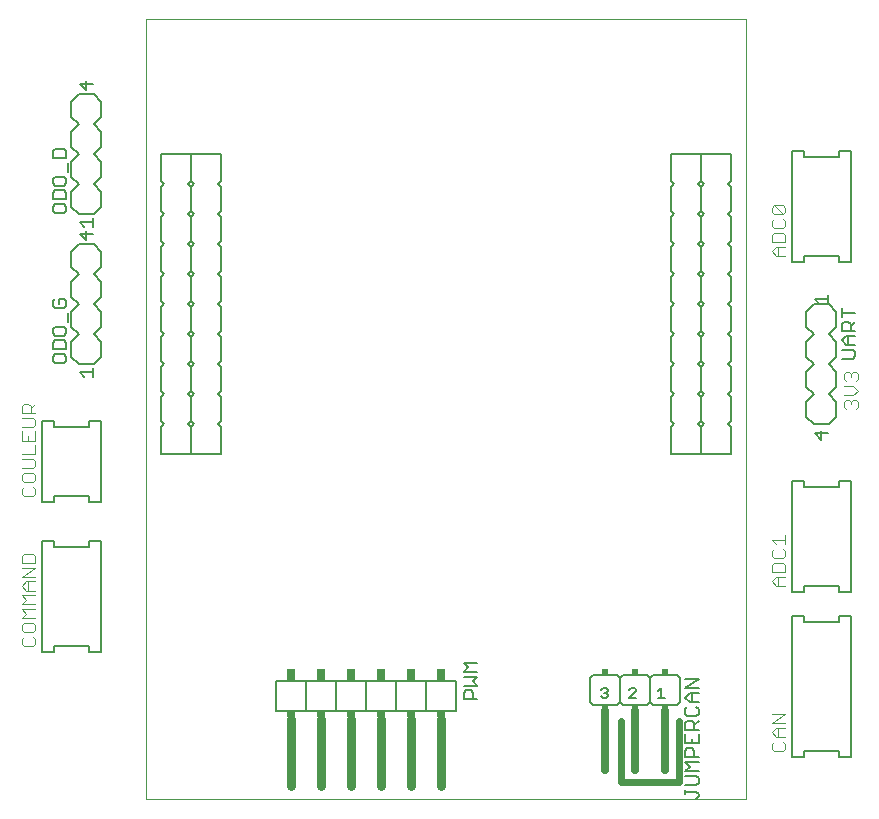
<source format=gto>
G75*
%MOIN*%
%OFA0B0*%
%FSLAX24Y24*%
%IPPOS*%
%LPD*%
%AMOC8*
5,1,8,0,0,1.08239X$1,22.5*
%
%ADD10C,0.0236*%
%ADD11C,0.0040*%
%ADD12C,0.0000*%
%ADD13C,0.0050*%
%ADD14C,0.0060*%
%ADD15C,0.0260*%
%ADD16R,0.0240X0.0200*%
%ADD17C,0.0300*%
%ADD18R,0.0300X0.0200*%
%ADD19R,0.0300X0.0400*%
D10*
X020495Y001371D02*
X020495Y003410D01*
X022424Y003410D02*
X022424Y001371D01*
X020495Y001371D01*
D11*
X025519Y002497D02*
X025595Y002420D01*
X025902Y002420D01*
X025979Y002497D01*
X025979Y002650D01*
X025902Y002727D01*
X025979Y002881D02*
X025672Y002881D01*
X025519Y003034D01*
X025672Y003188D01*
X025979Y003188D01*
X025979Y003341D02*
X025519Y003341D01*
X025979Y003648D01*
X025519Y003648D01*
X025749Y003188D02*
X025749Y002881D01*
X025595Y002727D02*
X025519Y002650D01*
X025519Y002497D01*
X025672Y007920D02*
X025519Y008074D01*
X025672Y008227D01*
X025979Y008227D01*
X025979Y008381D02*
X025979Y008611D01*
X025902Y008688D01*
X025595Y008688D01*
X025519Y008611D01*
X025519Y008381D01*
X025979Y008381D01*
X025749Y008227D02*
X025749Y007920D01*
X025672Y007920D02*
X025979Y007920D01*
X025902Y008841D02*
X025595Y008841D01*
X025519Y008918D01*
X025519Y009071D01*
X025595Y009148D01*
X025672Y009301D02*
X025519Y009455D01*
X025979Y009455D01*
X025979Y009608D02*
X025979Y009301D01*
X025902Y009148D02*
X025979Y009071D01*
X025979Y008918D01*
X025902Y008841D01*
X028016Y013817D02*
X027940Y013893D01*
X027940Y014047D01*
X028016Y014124D01*
X028093Y014124D01*
X028170Y014047D01*
X028247Y014124D01*
X028323Y014124D01*
X028400Y014047D01*
X028400Y013893D01*
X028323Y013817D01*
X028170Y013970D02*
X028170Y014047D01*
X028247Y014277D02*
X027940Y014277D01*
X028247Y014277D02*
X028400Y014430D01*
X028247Y014584D01*
X027940Y014584D01*
X028016Y014737D02*
X027940Y014814D01*
X027940Y014968D01*
X028016Y015044D01*
X028093Y015044D01*
X028170Y014968D01*
X028247Y015044D01*
X028323Y015044D01*
X028400Y014968D01*
X028400Y014814D01*
X028323Y014737D01*
X028170Y014891D02*
X028170Y014968D01*
X025979Y018920D02*
X025672Y018920D01*
X025519Y019074D01*
X025672Y019227D01*
X025979Y019227D01*
X025979Y019381D02*
X025979Y019611D01*
X025902Y019688D01*
X025595Y019688D01*
X025519Y019611D01*
X025519Y019381D01*
X025979Y019381D01*
X025749Y019227D02*
X025749Y018920D01*
X025595Y019841D02*
X025902Y019841D01*
X025979Y019918D01*
X025979Y020071D01*
X025902Y020148D01*
X025902Y020301D02*
X025595Y020301D01*
X025519Y020378D01*
X025519Y020532D01*
X025595Y020608D01*
X025902Y020301D01*
X025979Y020378D01*
X025979Y020532D01*
X025902Y020608D01*
X025595Y020608D01*
X025595Y020148D02*
X025519Y020071D01*
X025519Y019918D01*
X025595Y019841D01*
X000979Y013990D02*
X000825Y013836D01*
X000825Y013913D02*
X000825Y013683D01*
X000979Y013683D02*
X000519Y013683D01*
X000519Y013913D01*
X000595Y013990D01*
X000749Y013990D01*
X000825Y013913D01*
X000902Y013529D02*
X000519Y013529D01*
X000519Y013222D02*
X000902Y013222D01*
X000979Y013299D01*
X000979Y013452D01*
X000902Y013529D01*
X000979Y013069D02*
X000979Y012762D01*
X000519Y012762D01*
X000519Y013069D01*
X000749Y012915D02*
X000749Y012762D01*
X000979Y012608D02*
X000979Y012301D01*
X000519Y012301D01*
X000519Y012148D02*
X000902Y012148D01*
X000979Y012071D01*
X000979Y011918D01*
X000902Y011841D01*
X000519Y011841D01*
X000595Y011688D02*
X000519Y011611D01*
X000519Y011457D01*
X000595Y011381D01*
X000902Y011381D01*
X000979Y011457D01*
X000979Y011611D01*
X000902Y011688D01*
X000595Y011688D01*
X000595Y011227D02*
X000519Y011150D01*
X000519Y010997D01*
X000595Y010920D01*
X000902Y010920D01*
X000979Y010997D01*
X000979Y011150D01*
X000902Y011227D01*
X000902Y008990D02*
X000595Y008990D01*
X000519Y008913D01*
X000519Y008683D01*
X000979Y008683D01*
X000979Y008913D01*
X000902Y008990D01*
X000979Y008529D02*
X000519Y008529D01*
X000519Y008222D02*
X000979Y008529D01*
X000979Y008222D02*
X000519Y008222D01*
X000672Y008069D02*
X000519Y007915D01*
X000672Y007762D01*
X000979Y007762D01*
X000979Y007608D02*
X000519Y007608D01*
X000672Y007455D01*
X000519Y007301D01*
X000979Y007301D01*
X000979Y007148D02*
X000519Y007148D01*
X000672Y006995D01*
X000519Y006841D01*
X000979Y006841D01*
X000902Y006688D02*
X000595Y006688D01*
X000519Y006611D01*
X000519Y006457D01*
X000595Y006381D01*
X000902Y006381D01*
X000979Y006457D01*
X000979Y006611D01*
X000902Y006688D01*
X000902Y006227D02*
X000979Y006150D01*
X000979Y005997D01*
X000902Y005920D01*
X000595Y005920D01*
X000519Y005997D01*
X000519Y006150D01*
X000595Y006227D01*
X000749Y007762D02*
X000749Y008069D01*
X000672Y008069D02*
X000979Y008069D01*
D12*
X004680Y000816D02*
X004680Y026816D01*
X024680Y026816D01*
X024680Y000816D01*
X004680Y000816D01*
D13*
X003164Y005703D02*
X002771Y005703D01*
X002771Y005900D01*
X001589Y005900D01*
X001589Y005703D01*
X001196Y005703D01*
X001196Y009428D01*
X001589Y009428D01*
X001589Y009231D01*
X002771Y009231D01*
X002771Y009428D01*
X003164Y009428D01*
X003164Y005703D01*
X003164Y010703D02*
X002771Y010703D01*
X002771Y010900D01*
X001589Y010900D01*
X001589Y010703D01*
X001196Y010703D01*
X001196Y013428D01*
X001589Y013428D01*
X001589Y013231D01*
X002771Y013231D01*
X002771Y013428D01*
X003164Y013428D01*
X003164Y010703D01*
X005180Y012316D02*
X005180Y013216D01*
X005280Y013316D01*
X005180Y013416D01*
X005180Y014216D01*
X005280Y014316D01*
X005180Y014416D01*
X005180Y015216D01*
X005280Y015316D01*
X005180Y015416D01*
X005180Y016216D01*
X005280Y016316D01*
X005180Y016416D01*
X005180Y017216D01*
X005280Y017316D01*
X005180Y017416D01*
X005180Y018216D01*
X005280Y018316D01*
X005180Y018416D01*
X005180Y019216D01*
X005280Y019316D01*
X005180Y019416D01*
X005180Y020216D01*
X005280Y020316D01*
X005180Y020416D01*
X005180Y021216D01*
X005280Y021316D01*
X005180Y021416D01*
X005180Y022316D01*
X006180Y022316D01*
X007180Y022316D01*
X007180Y021416D01*
X007080Y021316D01*
X007180Y021216D01*
X007180Y020416D01*
X007080Y020316D01*
X007180Y020216D01*
X007180Y019416D01*
X007080Y019316D01*
X007180Y019216D01*
X007180Y018416D01*
X007080Y018316D01*
X007180Y018216D01*
X007180Y017416D01*
X007080Y017316D01*
X007180Y017216D01*
X007180Y016416D01*
X007080Y016316D01*
X007180Y016216D01*
X007180Y015416D01*
X007080Y015316D01*
X007180Y015216D01*
X007180Y014416D01*
X007080Y014316D01*
X007180Y014216D01*
X007180Y013416D01*
X007080Y013316D01*
X007180Y013216D01*
X007180Y012316D01*
X006180Y012316D01*
X006180Y013216D01*
X006280Y013316D01*
X006180Y013416D01*
X006180Y014216D01*
X006280Y014316D01*
X006180Y014416D01*
X006180Y015216D01*
X006280Y015316D01*
X006180Y015416D01*
X006180Y016216D01*
X006280Y016316D01*
X006180Y016416D01*
X006180Y017216D01*
X006280Y017316D01*
X006180Y017416D01*
X006180Y018216D01*
X006280Y018316D01*
X006180Y018416D01*
X006180Y019216D01*
X006280Y019316D01*
X006180Y019416D01*
X006180Y020216D01*
X006280Y020316D01*
X006180Y020416D01*
X006180Y021216D01*
X006280Y021316D01*
X006180Y021416D01*
X006180Y022316D01*
X006180Y021416D02*
X006080Y021316D01*
X006180Y021216D01*
X006180Y020416D02*
X006080Y020316D01*
X006180Y020216D01*
X006180Y019416D02*
X006080Y019316D01*
X006180Y019216D01*
X006180Y018416D02*
X006080Y018316D01*
X006180Y018216D01*
X006180Y017416D02*
X006080Y017316D01*
X006180Y017216D01*
X006180Y016416D02*
X006080Y016316D01*
X006180Y016216D01*
X006180Y015416D02*
X006080Y015316D01*
X006180Y015216D01*
X006180Y014416D02*
X006080Y014316D01*
X006180Y014216D01*
X006180Y013416D02*
X006080Y013316D01*
X006180Y013216D01*
X006180Y012316D02*
X005180Y012316D01*
X002905Y014891D02*
X002905Y015191D01*
X002905Y015041D02*
X002455Y015041D01*
X002605Y014891D01*
X002005Y015416D02*
X002005Y015566D01*
X001930Y015641D01*
X001630Y015641D01*
X001555Y015566D01*
X001555Y015416D01*
X001630Y015341D01*
X001930Y015341D01*
X002005Y015416D01*
X002005Y015801D02*
X001555Y015801D01*
X001555Y016026D01*
X001630Y016101D01*
X001930Y016101D01*
X002005Y016026D01*
X002005Y015801D01*
X001930Y016261D02*
X001630Y016261D01*
X001555Y016336D01*
X001555Y016487D01*
X001630Y016562D01*
X001930Y016562D01*
X002005Y016487D01*
X002005Y016336D01*
X001930Y016261D01*
X002080Y016722D02*
X002080Y017022D01*
X001930Y017182D02*
X002005Y017257D01*
X002005Y017407D01*
X001930Y017482D01*
X001780Y017482D01*
X001780Y017332D01*
X001630Y017182D02*
X001930Y017182D01*
X001630Y017182D02*
X001555Y017257D01*
X001555Y017407D01*
X001630Y017482D01*
X002680Y019441D02*
X002455Y019666D01*
X002905Y019666D01*
X002905Y019891D02*
X002905Y020191D01*
X002905Y020041D02*
X002455Y020041D01*
X002605Y019891D01*
X002680Y019741D02*
X002680Y019441D01*
X001930Y020341D02*
X002005Y020416D01*
X002005Y020566D01*
X001930Y020641D01*
X001630Y020641D01*
X001555Y020566D01*
X001555Y020416D01*
X001630Y020341D01*
X001930Y020341D01*
X002005Y020801D02*
X001555Y020801D01*
X001555Y021026D01*
X001630Y021101D01*
X001930Y021101D01*
X002005Y021026D01*
X002005Y020801D01*
X001930Y021261D02*
X001630Y021261D01*
X001555Y021336D01*
X001555Y021487D01*
X001630Y021562D01*
X001930Y021562D01*
X002005Y021487D01*
X002005Y021336D01*
X001930Y021261D01*
X002080Y021722D02*
X002080Y022022D01*
X002005Y022182D02*
X002005Y022407D01*
X001930Y022482D01*
X001630Y022482D01*
X001555Y022407D01*
X001555Y022182D01*
X002005Y022182D01*
X002680Y024441D02*
X002680Y024741D01*
X002905Y024666D02*
X002455Y024666D01*
X002680Y024441D01*
X022180Y022316D02*
X022180Y021416D01*
X022280Y021316D01*
X022180Y021216D01*
X022180Y020416D01*
X022280Y020316D01*
X022180Y020216D01*
X022180Y019416D01*
X022280Y019316D01*
X022180Y019216D01*
X022180Y018416D01*
X022280Y018316D01*
X022180Y018216D01*
X022180Y017416D01*
X022280Y017316D01*
X022180Y017216D01*
X022180Y016416D01*
X022280Y016316D01*
X022180Y016216D01*
X022180Y015416D01*
X022280Y015316D01*
X022180Y015216D01*
X022180Y014416D01*
X022280Y014316D01*
X022180Y014216D01*
X022180Y013416D01*
X022280Y013316D01*
X022180Y013216D01*
X022180Y012316D01*
X023180Y012316D01*
X023180Y013216D01*
X023080Y013316D01*
X023180Y013416D01*
X023180Y014216D01*
X023080Y014316D01*
X023180Y014416D01*
X023180Y015216D01*
X023080Y015316D01*
X023180Y015416D01*
X023180Y016216D01*
X023080Y016316D01*
X023180Y016416D01*
X023180Y017216D01*
X023080Y017316D01*
X023180Y017416D01*
X023180Y018216D01*
X023080Y018316D01*
X023180Y018416D01*
X023180Y019216D01*
X023080Y019316D01*
X023180Y019416D01*
X023180Y020216D01*
X023080Y020316D01*
X023180Y020416D01*
X023180Y021216D01*
X023080Y021316D01*
X023180Y021416D01*
X023180Y022316D01*
X022180Y022316D01*
X023180Y022316D02*
X024180Y022316D01*
X024180Y021416D01*
X024080Y021316D01*
X024180Y021216D01*
X024180Y020416D01*
X024080Y020316D01*
X024180Y020216D01*
X024180Y019416D01*
X024080Y019316D01*
X024180Y019216D01*
X024180Y018416D01*
X024080Y018316D01*
X024180Y018216D01*
X024180Y017416D01*
X024080Y017316D01*
X024180Y017216D01*
X024180Y016416D01*
X024080Y016316D01*
X024180Y016216D01*
X024180Y015416D01*
X024080Y015316D01*
X024180Y015216D01*
X024180Y014416D01*
X024080Y014316D01*
X024180Y014216D01*
X024180Y013416D01*
X024080Y013316D01*
X024180Y013216D01*
X024180Y012316D01*
X023180Y012316D01*
X023180Y013216D02*
X023280Y013316D01*
X023180Y013416D01*
X023180Y014216D02*
X023280Y014316D01*
X023180Y014416D01*
X023180Y015216D02*
X023280Y015316D01*
X023180Y015416D01*
X023180Y016216D02*
X023280Y016316D01*
X023180Y016416D01*
X023180Y017216D02*
X023280Y017316D01*
X023180Y017416D01*
X023180Y018216D02*
X023280Y018316D01*
X023180Y018416D01*
X023180Y019216D02*
X023280Y019316D01*
X023180Y019416D01*
X023180Y020216D02*
X023280Y020316D01*
X023180Y020416D01*
X023180Y021216D02*
X023280Y021316D01*
X023180Y021416D01*
X026196Y022428D02*
X026196Y018703D01*
X026589Y018703D01*
X026589Y018900D01*
X027771Y018900D01*
X027771Y018703D01*
X028164Y018703D01*
X028164Y022428D01*
X027771Y022428D01*
X027771Y022231D01*
X026589Y022231D01*
X026589Y022428D01*
X026196Y022428D01*
X027405Y017630D02*
X027405Y017330D01*
X027405Y017480D02*
X026955Y017480D01*
X027105Y017330D01*
X027855Y017180D02*
X027855Y016880D01*
X027855Y017030D02*
X028305Y017030D01*
X028305Y016720D02*
X028155Y016570D01*
X028155Y016645D02*
X028155Y016420D01*
X028305Y016420D02*
X027855Y016420D01*
X027855Y016645D01*
X027930Y016720D01*
X028080Y016720D01*
X028155Y016645D01*
X028080Y016260D02*
X028080Y015959D01*
X028005Y015959D02*
X027855Y016110D01*
X028005Y016260D01*
X028305Y016260D01*
X028305Y015959D02*
X028005Y015959D01*
X027855Y015799D02*
X028230Y015799D01*
X028305Y015724D01*
X028305Y015574D01*
X028230Y015499D01*
X027855Y015499D01*
X027180Y013080D02*
X027180Y012780D01*
X026955Y013005D01*
X027405Y013005D01*
X027771Y011428D02*
X027771Y011231D01*
X026589Y011231D01*
X026589Y011428D01*
X026196Y011428D01*
X026196Y007703D01*
X026589Y007703D01*
X026589Y007900D01*
X027771Y007900D01*
X027771Y007703D01*
X028164Y007703D01*
X028164Y011428D01*
X027771Y011428D01*
X027771Y006928D02*
X027771Y006731D01*
X026589Y006731D01*
X026589Y006928D01*
X026196Y006928D01*
X026196Y002203D01*
X026589Y002203D01*
X026589Y002400D01*
X027771Y002400D01*
X027771Y002203D01*
X028164Y002203D01*
X028164Y006928D01*
X027771Y006928D01*
X023092Y004809D02*
X022642Y004809D01*
X022642Y004509D02*
X023092Y004809D01*
X023092Y004509D02*
X022642Y004509D01*
X022792Y004348D02*
X023092Y004348D01*
X022867Y004348D02*
X022867Y004048D01*
X022792Y004048D02*
X022642Y004198D01*
X022792Y004348D01*
X022792Y004048D02*
X023092Y004048D01*
X023017Y003888D02*
X023092Y003813D01*
X023092Y003663D01*
X023017Y003588D01*
X022717Y003588D01*
X022642Y003663D01*
X022642Y003813D01*
X022717Y003888D01*
X022717Y003428D02*
X022867Y003428D01*
X022942Y003353D01*
X022942Y003127D01*
X023092Y003127D02*
X022642Y003127D01*
X022642Y003353D01*
X022717Y003428D01*
X022942Y003278D02*
X023092Y003428D01*
X023092Y002967D02*
X023092Y002667D01*
X022642Y002667D01*
X022642Y002967D01*
X022867Y002817D02*
X022867Y002667D01*
X022867Y002507D02*
X022942Y002432D01*
X022942Y002207D01*
X023092Y002207D02*
X022642Y002207D01*
X022642Y002432D01*
X022717Y002507D01*
X022867Y002507D01*
X022642Y002046D02*
X023092Y002046D01*
X023092Y001746D02*
X022642Y001746D01*
X022792Y001896D01*
X022642Y002046D01*
X022642Y001586D02*
X023017Y001586D01*
X023092Y001511D01*
X023092Y001361D01*
X023017Y001286D01*
X022642Y001286D01*
X022642Y001126D02*
X022642Y000976D01*
X022642Y001051D02*
X023017Y001051D01*
X023092Y000976D01*
X023092Y000900D01*
X023017Y000825D01*
X021960Y004179D02*
X021733Y004179D01*
X021847Y004179D02*
X021847Y004519D01*
X021733Y004406D01*
X021010Y004406D02*
X021010Y004463D01*
X020953Y004519D01*
X020840Y004519D01*
X020783Y004463D01*
X021010Y004406D02*
X020783Y004179D01*
X021010Y004179D01*
X020060Y004236D02*
X020003Y004179D01*
X019890Y004179D01*
X019833Y004236D01*
X019947Y004349D02*
X020003Y004349D01*
X020060Y004292D01*
X020060Y004236D01*
X020003Y004349D02*
X020060Y004406D01*
X020060Y004463D01*
X020003Y004519D01*
X019890Y004519D01*
X019833Y004463D01*
X015716Y004597D02*
X015566Y004747D01*
X015716Y004897D01*
X015266Y004897D01*
X015266Y005057D02*
X015416Y005208D01*
X015266Y005358D01*
X015716Y005358D01*
X015716Y005057D02*
X015266Y005057D01*
X015266Y004597D02*
X015716Y004597D01*
X015491Y004437D02*
X015566Y004362D01*
X015566Y004137D01*
X015716Y004137D02*
X015266Y004137D01*
X015266Y004362D01*
X015341Y004437D01*
X015491Y004437D01*
D14*
X014991Y004743D02*
X014991Y003743D01*
X013991Y003743D01*
X012991Y003743D01*
X011991Y003743D01*
X010991Y003743D01*
X009991Y003743D01*
X008991Y003743D01*
X008991Y004743D01*
X009991Y004743D01*
X009991Y003743D01*
X010991Y003743D02*
X010991Y004743D01*
X009991Y004743D01*
X010991Y004743D02*
X011991Y004743D01*
X011991Y003743D01*
X011991Y004743D02*
X012991Y004743D01*
X012991Y003743D01*
X013991Y003743D02*
X013991Y004743D01*
X012991Y004743D01*
X013991Y004743D02*
X014991Y004743D01*
X019467Y004844D02*
X019467Y004044D01*
X019567Y003944D01*
X020367Y003944D01*
X020467Y004044D01*
X020567Y003944D01*
X021367Y003944D01*
X021467Y004044D01*
X021567Y003944D01*
X022367Y003944D01*
X022467Y004044D01*
X022467Y004844D01*
X022367Y004944D01*
X021567Y004944D01*
X021467Y004844D01*
X021367Y004944D01*
X020567Y004944D01*
X020467Y004844D01*
X020467Y004044D01*
X020467Y004844D02*
X020367Y004944D01*
X019567Y004944D01*
X019467Y004844D01*
X021467Y004844D02*
X021467Y004044D01*
X026930Y013316D02*
X026680Y013566D01*
X026680Y014066D01*
X026930Y014316D01*
X026680Y014566D01*
X026680Y015066D01*
X026930Y015316D01*
X026680Y015566D01*
X026680Y016066D01*
X026930Y016316D01*
X026680Y016566D01*
X026680Y017066D01*
X026930Y017316D01*
X027430Y017316D01*
X027680Y017066D01*
X027680Y016566D01*
X027430Y016316D01*
X027680Y016066D01*
X027680Y015566D01*
X027430Y015316D01*
X027680Y015066D01*
X027680Y014566D01*
X027430Y014316D01*
X027680Y014066D01*
X027680Y013566D01*
X027430Y013316D01*
X026930Y013316D01*
X003180Y015566D02*
X003180Y016066D01*
X002930Y016316D01*
X003180Y016566D01*
X003180Y017066D01*
X002930Y017316D01*
X003180Y017566D01*
X003180Y018066D01*
X002930Y018316D01*
X003180Y018566D01*
X003180Y019066D01*
X002930Y019316D01*
X002430Y019316D01*
X002180Y019066D01*
X002180Y018566D01*
X002430Y018316D01*
X002180Y018066D01*
X002180Y017566D01*
X002430Y017316D01*
X002180Y017066D01*
X002180Y016566D01*
X002430Y016316D01*
X002180Y016066D01*
X002180Y015566D01*
X002430Y015316D01*
X002930Y015316D01*
X003180Y015566D01*
X002930Y020316D02*
X002430Y020316D01*
X002180Y020566D01*
X002180Y021066D01*
X002430Y021316D01*
X002180Y021566D01*
X002180Y022066D01*
X002430Y022316D01*
X002180Y022566D01*
X002180Y023066D01*
X002430Y023316D01*
X002180Y023566D01*
X002180Y024066D01*
X002430Y024316D01*
X002930Y024316D01*
X003180Y024066D01*
X003180Y023566D01*
X002930Y023316D01*
X003180Y023066D01*
X003180Y022566D01*
X002930Y022316D01*
X003180Y022066D01*
X003180Y021566D01*
X002930Y021316D01*
X003180Y021066D01*
X003180Y020566D01*
X002930Y020316D01*
D15*
X019967Y003744D02*
X019967Y001794D01*
X020967Y001794D02*
X020967Y003744D01*
X021967Y003744D02*
X021967Y001794D01*
D16*
X021967Y003844D03*
X020967Y003844D03*
X019967Y003844D03*
X019967Y005044D03*
X020967Y005044D03*
X021967Y005044D03*
D17*
X014491Y003493D02*
X014491Y001243D01*
X013491Y001243D02*
X013491Y003493D01*
X012491Y003493D02*
X012491Y001243D01*
X011491Y001243D02*
X011491Y003493D01*
X010491Y003493D02*
X010491Y001243D01*
X009491Y001243D02*
X009491Y003493D01*
D18*
X009491Y003643D03*
X010491Y003643D03*
X011491Y003643D03*
X012491Y003643D03*
X013491Y003643D03*
X014491Y003643D03*
D19*
X014491Y004943D03*
X013491Y004943D03*
X012491Y004943D03*
X011491Y004943D03*
X010491Y004943D03*
X009491Y004943D03*
M02*

</source>
